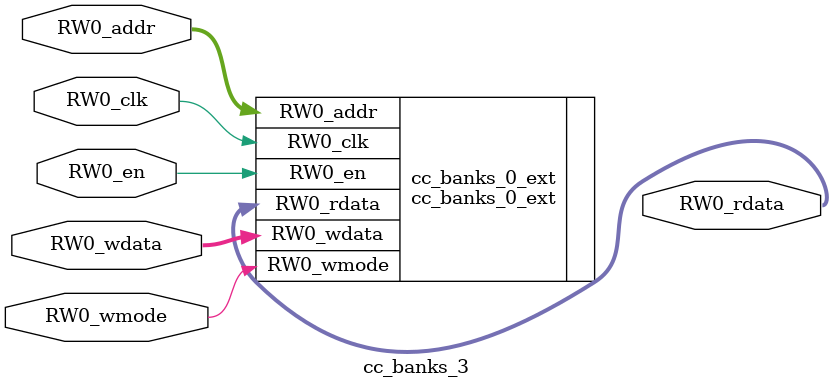
<source format=sv>
module cc_banks_3(	// @[generators/rocket-chip/src/main/scala/util/DescribedSRAM.scala:17:26]
  input  [11:0] RW0_addr,
  input         RW0_en,
  input         RW0_clk,
  input         RW0_wmode,
  input  [63:0] RW0_wdata,
  output [63:0] RW0_rdata
);

  cc_banks_0_ext cc_banks_0_ext (	// @[generators/rocket-chip/src/main/scala/util/DescribedSRAM.scala:17:26]
    .RW0_addr  (RW0_addr),
    .RW0_en    (RW0_en),
    .RW0_clk   (RW0_clk),
    .RW0_wmode (RW0_wmode),
    .RW0_wdata (RW0_wdata),
    .RW0_rdata (RW0_rdata)
  );	// @[generators/rocket-chip/src/main/scala/util/DescribedSRAM.scala:17:26]
endmodule


</source>
